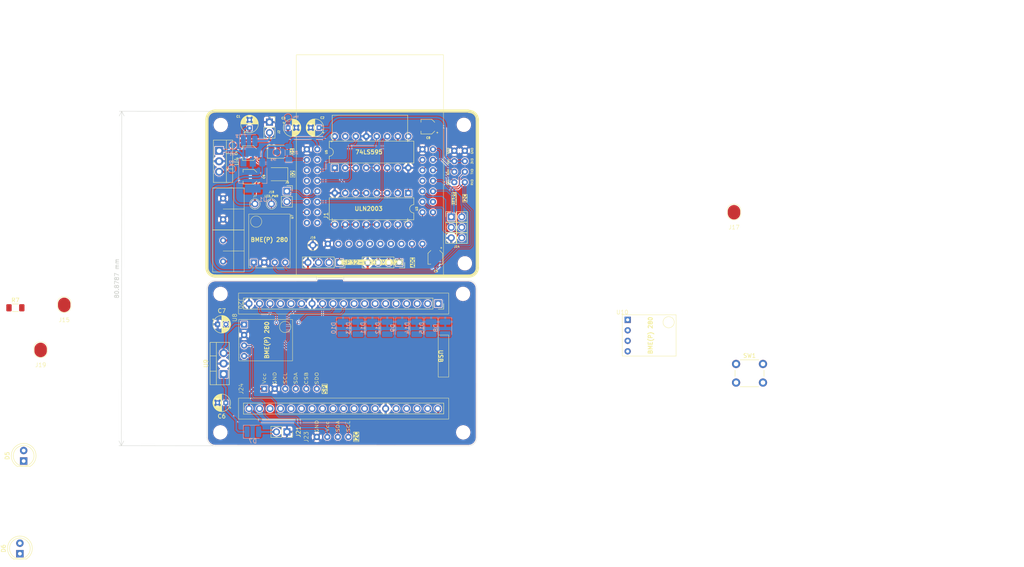
<source format=kicad_pcb>
(kicad_pcb (version 20240108) (generator "pcbnew") (generator_version "8.0")
  (layers (0 "F.Cu" signal) (31 "B.Cu" signal) (34 "B.Paste" user) (35 "F.Paste" user) (36 "B.SilkS" user "B.Silkscreen") (37 "F.SilkS" user "F.Silkscreen") (38 "B.Mask" user) (39 "F.Mask" user) (44 "Edge.Cuts" user))
  (net 0 "")
  (net 1 "GND")
  (net 2 "+3V3")
  (net 3 "+5V")
  (net 4 "/RXD")
  (net 5 "/TXD")
  (net 6 "/SDA")
  (net 7 "/GPIO_33")
  (net 8 "/SCL")
  (net 9 "/OUT3")
  (net 10 "/EN")
  (net 11 "/SOURCE2")
  (net 12 "/SOURCE1")
  (net 13 "/SOURCE3")
  (net 14 "/VDC")
  (net 15 "/DAC1")
  (net 16 "/DAC2")
  (net 17 "/GPIO39")
  (net 18 "/GPIO19")
  (net 19 "/GPIO17")
  (net 20 "/GPIO5")
  (net 21 "/GPIO18")
  (net 22 "/SD_DATA0")
  (net 23 "/ADC2_CH3")
  (net 24 "/SD_DATA3")
  (net 25 "/SD_CMD")
  (net 26 "/SD_CLK")
  (net 27 "/SD_DATA2")
  (net 28 "/SD_DATA1")
  (net 29 "/ADC2_CH0")
  (net 30 "/GPIO23")
  (net 31 "/GPIO36")
  (net 32 "/ADC2_CH2")
  (net 33 "/BOOT")
  (net 34 "/GPIO13")
  (net 35 "/SOURCE4")
  (net 36 "/SOURCE5")
  (net 37 "/SIPO_DATA")
  (net 38 "/SIPO_CLK")
  (net 40 "/SIPO_LATCH")
  (net 41 "/GPIO14")
  (net 43 "/I3")
  (net 44 "/I6")
  (net 45 "/I7")
  (net 46 "/I5")
  (net 47 "/OUT1")
  (net 48 "/VIN")
  (net 49 "/I1")
  (net 52 "Net-(D5-Pad1)")
  (net 53 "Net-(J15-Pin_1)")
  (net 54 "Net-(J19-Pin_1)")
  (net 55 "/OUT2")
  (net 67 "/RX")
  (net 72 "/TX")
  (net 83 "/SCL-2")
  (net 84 "/SDA-2")
  (net 85 "/QB-2")
  (net 86 "/QC-2")
  (net 87 "/QE-2")
  (net 88 "/QA-2")
  (net 89 "/QD-2")
  (net 90 "/QG-2")
  (net 91 "/QH-2")
  (net 92 "/QF-2")
  (net 93 "/SPI-SDO")
  (net 94 "/SPI-CSB")
  (net 95 "/SPI-SCL")
  (net 96 "/SPI-SDA")
  (net 97 "/D23")
  (net 98 "/D18")
  (footprint "Capacitor_THT:CP_Radial_D4.0mm_P2.00mm" (layer "F.Cu") (at 107 44.2 180)
    (property "Reference" "C2")
    (property "Value" "1uF")
  )
  (footprint "LED_SMD:LED_1210_3225Metric_Pad1.42x2.65mm_HandSolder" (layer "F.Cu") (at 97 55.45 180)
    (property "Reference" "D2")
    (property "Value" "STATUS")
  )
  (footprint "Capacitor_SMD:CP_Elec_3x5.3" (layer "F.Cu") (at 90.3 50.35 180)
    (property "Reference" "C4")
    (property "Value" "0.1uF")
  )
  (footprint "Resistor_SMD:R_1206_3216Metric_Pad1.30x1.75mm_HandSolder" (layer "F.Cu") (at 33.612 87.7585)
    (property "Reference" "R7")
    (property "Value" "4K7")
  )
  (footprint "LED_THT:LED_D5.0mm" (layer "F.Cu") (at 34.7 147.25 90)
    (property "Reference" "D6")
    (property "Value" "LED_STATUS")
  )
  (footprint "Button_Switch_THT:SW_PUSH_6mm" (layer "F.Cu") (at 207.8 101.35)
    (property "Reference" "SW1")
    (property "Value" "SW_Push")
  )
  (footprint "Alexander Footprint Library:Pad_1x01_P2.54_SMD" (layer "F.Cu") (at 39.712 102.098)
    (property "Reference" "J19")
    (property "Value" "LED_PWR")
  )
  (footprint "Alexanddr Footprints Library:ESP32-WROOM-Adapter-Socket-2" (layer "F.Cu") (at 119.3 57.04)
    (property "Reference" "J1")
    (property "Value" "~")
  )
  (footprint "Alexander Footprint Library:Pad_1x01_P2.54_SMD" (layer "F.Cu") (at 45.412 91.198)
    (property "Reference" "J15")
    (property "Value" "LED_PWR")
  )
  (footprint "MountingHole:MountingHole_3mm" (layer "F.Cu") (at 142 43.5)
    (property "Reference" "H1" (hide yes))
    (property "Value" "MountingHole_Pad")
  )
  (footprint "Connector_PinSocket_2.54mm:PinSocket_1x02_P2.54mm_Vertical" (layer "F.Cu") (at 99.25 117.775 -90)
    (property "Reference" "J21")
    (property "Value" "PWR")
  )
  (footprint "MountingHole:MountingHole_3mm" (layer "F.Cu") (at 83.25 43.53)
    (property "Reference" "H2" (hide yes))
    (property "Value" "MountingHole_Pad")
  )
  (footprint "Package_DIP:DIP-16_W7.62mm" (layer "F.Cu") (at 128.58 60 -90)
    (property "Reference" "U3")
    (property "Value" "ULN2003")
  )
  (footprint "Alexander Footprints Library:Conn_Terminal_5mm" (layer "F.Cu") (at 83.82 53.69)
    (property "Reference" "J9" (hide yes))
    (property "Value" "Conn_01x02_Socket")
  )
  (footprint "Alexander Footprint Library:Pad_1x01_P2.54_SMD" (layer "F.Cu") (at 207.3 68.7895)
    (property "Reference" "J17")
    (property "Value" "GND")
  )
  (footprint "MountingHole:MountingHole_3mm" (layer "F.Cu") (at 141.85 117.9)
    (property "Reference" "H4" (hide yes))
    (property "Value" "MountingHole_Pad")
  )
  (footprint "Capacitor_THT:CP_Radial_D4.0mm_P2.00mm" (layer "F.Cu") (at 82.5 91.75)
    (property "Reference" "C7")
    (property "Value" "1uF")
  )
  (footprint "Capacitor_SMD:CP_Elec_3x5.3" (layer "F.Cu") (at 90.4 56.05 180)
    (property "Reference" "C9")
    (property "Value" "0.1uF")
  )
  (footprint "Package_DIP:DIP-16_W7.62mm" (layer "F.Cu") (at 110.8 53.9 90)
    (property "Reference" "U5")
    (property "Value" "74LS595")
  )
  (footprint "Alexander Footprint Library:PinSocket_1x01_P2.54" (layer "F.Cu") (at 91.5 65.19)
    (property "Reference" "J7")
    (property "Value" "LED_PWR")
  )
  (footprint "Alexander Footprint Library:Conn_SPI" (layer "F.Cu") (at 88.68 107.35 90)
    (property "Reference" "J24")
    (property "Value" "~")
  )
  (footprint "Connector_PinSocket_2.54mm:PinSocket_1x02_P2.54mm_Vertical" (layer "F.Cu") (at 95.025 42.85)
    (property "Reference" "J2")
    (property "Value" "PWR")
  )
  (footprint "Connector_PinSocket_2.54mm:PinSocket_1x04_P2.54mm_Vertical" (layer "F.Cu") (at 111.94 76.8 -90)
    (property "Reference" "J6")
    (property "Value" "SOURCE")
  )
  (footprint "MountingHole:MountingHole_3mm" (layer "F.Cu") (at 83.15 117.9)
    (property "Reference" "H4" (hide yes))
    (property "Value" "MountingHole_Pad")
  )
  (footprint "Connector_PinSocket_2.54mm:PinSocket_1x04_P2.54mm_Vertical" (layer "F.Cu") (at 126.38 76.8 -90)
    (property "Reference" "J10" (hide yes))
    (property "Value" "ADC")
  )
  (footprint "Capacitor_SMD:CP_Elec_3x5.3" (layer "F.Cu") (at 135.1 75.45 -90)
    (property "Reference" "C5")
    (property "Value" "0.1uF")
  )
  (footprint "MountingHole:MountingHole_3mm" (layer "F.Cu") (at 141.8 84.4)
    (property "Reference" "H4" (hide yes))
    (property "Value" "MountingHole_Pad")
  )
  (footprint "Capacitor_THT:CP_Radial_D4.0mm_P2.00mm" (layer "F.Cu") (at 99.5 44.2)
    (property "Reference" "C3")
    (property "Value" "1uF")
  )
  (footprint "Alexander Footprint Library:Conn_ESP32_WROOM-DevKit-38pins" (layer "F.Cu") (at 87.54 86.75 -90)
    (property "Reference" "J20")
    (property "Value" "~")
  )
  (footprint "Capacitor_SMD:CP_Elec_3x5.3" (layer "F.Cu") (at 133.4 43.95 180)
    (property "Reference" "C8")
    (property "Value" "10uF")
  )
  (footprint "Alexander Footprint Library:LD1117" (layer "F.Cu") (at 83.945 103.79 90)
    (property "Reference" "U9")
    (property "Value" "L7805")
  )
  (footprint "Alexander Footprint Library:PinSocket_1x01_P2.54" (layer "F.Cu") (at 95.5 65.19)
    (property "Reference" "J18")
    (property "Value" "LED_PWR")
  )
  (footprint "Alexander Footprint Library:Conn_I2C" (layer "F.Cu") (at 98.84 119 90)
    (property "Reference" "J23")
    (property "Value" "I2C")
  )
  (footprint "Capacitor_THT:CP_Radial_D4.0mm_P2.00mm" (layer "F.Cu") (at 84.4726 110.75 180)
    (property "Reference" "C6")
    (property "Value" "1uF")
  )
  (footprint "Alexander Footprint Library:BME280_BMP280_I2C" (layer "F.Cu") (at 180.3 89.45)
    (property "Reference" "U10")
    (property "Value" "BME(P)280")
  )
  (footprint "MountingHole:MountingHole_3mm" (layer "F.Cu") (at 83.2 84.4)
    (property "Reference" "H4" (hide yes))
    (property "Value" "MountingHole_Pad")
  )
  (footprint "Connector_PinSocket_2.54mm:PinSocket_1x02_P2.54mm_Vertical" (layer "F.Cu") (at 99.225 59.55)
    (property "Reference" "J5")
    (property "Value" "DAC")
  )
  (footprint "Alexander Footprint Library:CONN_2x3" (layer "F.Cu") (at 138.96 60.68)
    (property "Reference" "J14")
    (property "Value" "GPIO")
  )
  (footprint "Alexander Footprints Library:Conn_UART" (layer "F.Cu") (at 139.7 42.15)
    (property "Reference" "J3" (hide yes))
    (property "Value" "UART")
  )
  (footprint "Alexander Footprint Library:PinSocket_1x01_P2.54" (layer "F.Cu") (at 105.5 75.19)
    (property "Reference" "J16")
    (property "Value" "GND")
  )
  (footprint "Capacitor_THT:CP_Radial_D4.0mm_P2.00mm" (layer "F.Cu") (at 90.2 44.3 90)
    (property "Reference" "C1")
    (property "Value" "1uF")
  )
  (footprint "Alexander Footprint Library:BME280_BMP280_I2C" (layer "F.Cu") (at 90 78.1 90)
    (property "Reference" "U7")
    (property "Value" "BME(P)280")
  )
  (footprint "Alexander Footprint Library:LD1117" (layer "F.Cu") (at 82.855 49.77 -90)
    (property "Reference" "U4")
    (property "Value" "L7805")
  )
  (footprint "Alexander Footprints Library:Conn_I2C" (layer "F.Cu") (at 142.24 42.15)
    (property "Reference" "J4" (hide yes))
    (property "Value" "I2C")
  )
  (footprint "LED_THT:LED_D5.0mm" (layer "F.Cu") (at 35.612 124.8335 90)
    (property "Reference" "D5")
    (property "Value" "LED_PWR")
  )
  (footprint "Alexander Footprint Library:BME280_BMP280_I2C" (layer "F.Cu") (at 87.6 90.59)
    (property "Reference" "U8")
    (property "Value" "BME(P)280")
  )
  (footprint "LED_SMD:LED_1210_3225Metric_Pad1.42x2.65mm_HandSolder" (layer "F.Cu") (at 97 50)
    (property "Reference" "D1")
    (property "Value" "PWR")
  )
  (footprint "MountingHole:MountingHole_3mm" (layer "F.Cu") (at 142.25 77)
    (property "Reference" "H4" (hide yes))
    (property "Value" "MountingHole_Pad")
  )
  (footprint "Alexander Footprints Library:Conn_Terminal_5mm" (layer "F.Cu") (at 83.82 63.85)
    (property "Reference" "J8" (hide yes))
    (property "Value" "Conn_01x02_Socket")
  )
  (footprint "TestPoint:TestPoint_Pad_D1.5mm" (layer "B.Cu") (at 99.5 41.75 180)
    (property "Reference" "TP4")
    (property "Value" "5V")
  )
  (footprint "LED_SMD:LED_1210_3225Metric_Pad1.42x2.65mm_HandSolder" (layer "B.Cu") (at 127.1 92.65 -90)
    (property "Reference" "D9")
    (property "Value" "PWR")
  )
  (footprint "TestPoint:TestPoint_Pad_D1.5mm" (layer "B.Cu") (at 96.8 50.15 180)
    (property "Reference" "TP3")
    (property "Value" "3V3")
  )
  (footprint "LED_SMD:LED_1210_3225Metric_Pad1.42x2.65mm_HandSolder" (layer "B.Cu") (at 119.9 92.65 -90)
    (property "Reference" "D11")
    (property "Value" "PWR")
  )
  (footprint "Diode_SMD:D_1210_3225Metric" (layer "B.Cu") (at 91 117.75)
    (property "Reference" "D7")
    (property "Value" "D")
  )
  (footprint "LED_SMD:LED_1210_3225Metric_Pad1.42x2.65mm_HandSolder" (layer "B.Cu") (at 134.1 92.65 -90)
    (property "Reference" "D15")
    (property "Value" "PWR")
  )
  (footprint "Resistor_SMD:R_1206_3216Metric_Pad1.30x1.75mm_HandSolder" (layer "B.Cu") (at 99.7 50.25 -90)
    (property "Reference" "R1")
    (property "Value" "10K")
  )
  (footprint "Diode_SMD:D_1210_3225Metric" (layer "B.Cu") (at 90.1 47.4)
    (property "Reference" "D4")
    (property "Value" "D")
  )
  (footprint "LED_SMD:LED_1210_3225Metric_Pad1.42x2.65mm_HandSolder" (layer "B.Cu") (at 130.6 92.65 -90)
    (property "Reference" "D14")
    (property "Value" "PWR")
  )
  (footprint "TestPoint:TestPoint_Pad_D1.5mm" (layer "B.Cu") (at 86.2 48.45 180)
    (property "Reference" "TP1")
    (property "Value" "VIN")
  )
  (footprint "LED_SMD:LED_1210_3225Metric_Pad1.42x2.65mm_HandSolder" (layer "B.Cu") (at 123.5 92.65 -90)
    (property "Reference" "D12")
    (property "Value" "PWR")
  )
  (footprint "TestPoint:TestPoint_Pad_D1.5mm" (layer "B.Cu") (at 85.9 54.15 180)
    (property "Reference" "TP2")
    (property "Value" "GND")
  )
  (footprint "LED_SMD:LED_1210_3225Metric_Pad1.42x2.65mm_HandSolder" (layer "B.Cu") (at 116.4 92.65 -90)
    (property "Reference" "D13")
    (property "Value" "PWR")
  )
  (footprint "LED_SMD:LED_1210_3225Metric_Pad1.42x2.65mm_HandSolder" (layer "B.Cu") (at 112.8 92.65 -90)
    (property "Reference" "D10")
    (property "Value" "PWR")
  )
  (footprint "Package_TO_SOT_SMD:SOT-223-3_TabPin2" (layer "B.Cu") (at 91 55.75 -90)
    (property "Reference" "U1")
    (property "Value" "MAX1726EUK33")
  )
  (footprint "LED_SMD:LED_1210_3225Metric_Pad1.42x2.65mm_HandSolder" (layer "B.Cu") (at 137.5 92.65 -90)
    (property "Reference" "D8")
    (property "Value" "PWR")
  )
  (gr_line (start 145.25 42.11421) (end 145.25 78.085782) (stroke (width 0.75)) (layer "F.SilkS"))
  (gr_line (start 81.914218 40.164218) (end 143.08579 40.164218) (stroke (width 0.75)) (layer "F.SilkS"))
  (gr_arc (start 145.25 78.085782) (mid 144.66422 79.500007) (end 143.25 80.085782) (stroke (width 0.75)) (layer "F.SilkS"))
  (gr_line (start 79.914218 42.11421) (end 79.914218 78.085782) (stroke (width 0.75)) (layer "F.SilkS"))
  (gr_arc (start 81.914218 80.085782) (mid 80.499999 79.500001) (end 79.914218 78.085782) (stroke (width 0.75)) (layer "F.SilkS"))
  (gr_arc (start 143.25 40.25) (mid 144.664214 40.835786) (end 145.25 42.25) (stroke (width 0.75)) (layer "F.SilkS"))
  (gr_arc (start 79.914218 42.164218) (mid 80.499999 40.749999) (end 81.914218 40.164218) (stroke (width 0.75)) (layer "F.SilkS"))
  (gr_line (start 81.914214 80.085782) (end 143.085786 80.085782) (stroke (width 0.75)) (layer "F.SilkS"))
  (gr_line (start 82.014214 80.235786) (end 106.4 80.25) (stroke (width 0.1)) (layer "Edge.Cuts"))
  (gr_line (start 80 42.25) (end 80.014214 78.235786) (stroke (width 0.1)) (layer "Edge.Cuts"))
  (gr_arc (start 79.921321 83.157107) (mid 80.507106 81.742896) (end 81.921321 81.157107) (stroke (width 0.1)) (layer "Edge.Cuts"))
  (gr_line (start 81.921321 121.128679) (end 143.107107 121.142893) (stroke (width 0.1)) (layer "Edge.Cuts"))
  (gr_arc (start 81.921321 121.128679) (mid 80.507101 120.542899) (end 79.921321 119.128679) (stroke (width 0.1)) (layer "Edge.Cuts"))
  (gr_line (start 143.092893 81.157107) (end 113 81.15) (stroke (width 0.1)) (layer "Edge.Cuts"))
  (gr_arc (start 145.107107 119.142893) (mid 144.521321 120.557107) (end 143.107107 121.142893) (stroke (width 0.1)) (layer "Edge.Cuts"))
  (gr_line (start 106.4 81.15) (end 81.921321 81.157107) (stroke (width 0.1)) (layer "Edge.Cuts"))
  (gr_arc (start 143.185786 40.264214) (mid 144.600004 40.849996) (end 145.185786 42.264214) (stroke (width 0.1)) (layer "Edge.Cuts"))
  (gr_line (start 113 80.25) (end 143.185786 80.235786) (stroke (width 0.1)) (layer "Edge.Cuts"))
  (gr_arc (start 82.014214 80.235786) (mid 80.599996 79.650004) (end 80.014214 78.235786) (stroke (width 0.1)) (layer "Edge.Cuts"))
  (gr_line (start 145.185786 42.264214) (end 145.185786 78.235786) (stroke (width 0.1)) (layer "Edge.Cuts"))
  (gr_arc (start 80 42.25) (mid 80.585786 40.835786) (end 82 40.25) (stroke (width 0.1)) (layer "Edge.Cuts"))
  (gr_line (start 145.107107 119.142893) (end 145.092893 83.157107) (stroke (width 0.1)) (layer "Edge.Cuts"))
  (gr_line (start 79.921321 119.128679) (end 79.921321 83.157107) (stroke (width 0.1)) (layer "Edge.Cuts"))
  (gr_line (start 106.4 81.15) (end 106.4 80.25) (stroke (width 0.1)) (layer "Edge.Cuts"))
  (gr_arc (start 145.185786 78.235786) (mid 144.600004 79.650004) (end 143.185786 80.235786) (stroke (width 0.1)) (layer "Edge.Cuts"))
  (gr_arc (start 143.092893 81.157107) (mid 144.507112 81.742888) (end 145.092893 83.157107) (stroke (width 0.1)) (layer "Edge.Cuts"))
  (gr_line (start 113 81.15) (end 113 80.25) (stroke (width 0.1)) (layer "Edge.Cuts"))
  (gr_line (start 143.185786 40.264214) (end 82 40.25) (stroke (width 0.1)) (layer "Edge.Cuts"))
  (gr_text "ADC" (at 130.1 78.05 90) (layer "F.SilkS" knockout) (effects (font (size 0.8 0.8) (thickness 0.2) (bold yes)) (justify left bottom)))
  (gr_text "74LS595" (at 119.057143 50.1 0) (layer "F.SilkS") (effects (font (size 1 1) (thickness 0.2) (bold yes))))
  (gr_text "ULN2003" (at 115.5 64.374 0) (layer "F.SilkS") (effects (font (size 1 1) (thickness 0.2) (bold yes)) (justify left bottom)))
  (dimension (type aligned) (layer "Edge.Cuts") (pts (xy 81.921321 121.128679) (xy 82 40.25)) (height -22.6907) (gr_text "80.8787 mm" (at 58.119973 80.666146 89.94426182) (layer "Edge.Cuts") (effects (font (size 1 1) (thickness 0.15)))) (format (prefix "") (suffix "") (units 3) (units_format 1) (precision 4)) (style (thickness 0.1) (arrow_length 1.27) (text_position_mode 0) (extension_height 0.58642) (extension_offset 0.5) keep_text_aligned))
  (segment (start 84.21 66) (end 83.82 66.39) (width 0.5) (layer "F.Cu") (net 1))
  (segment (start 91.5 59.65) (end 91.9 59.25) (width 0.5) (layer "F.Cu") (net 2))
  (segment (start 90.08 108.57) (end 90.08 112.15) (width 0.5) (layer "F.Cu") (net 2))
  (segment (start 139.7 52.31) (end 138.56 52.31) (width 0.25) (layer "F.Cu") (net 2))
  (segment (start 91.3 107.35) (end 90.08 108.57) (width 0.5) (layer "F.Cu") (net 2))
  (segment (start 91.9 59.25) (end 91.9 56.05) (width 0.5) (layer "F.Cu") (net 2))
  (segment (start 137.2 43.95) (end 134.9 43.95) (width 0.25) (layer "F.Cu") (net 2))
  (segment (start 138.56 52.31) (end 137.6 51.35) (width 0.25) (layer "F.Cu") (net 2))
  (segment (start 93.76 107.35) (end 91.3 107.35) (width 0.5) (layer "F.Cu") (net 2))
  (segment (start 91.5 62.62) (end 91.5 59.65) (width 0.5) (layer "F.Cu") (net 2))
  (segment (start 137.6 51.35) (end 137.6 44.35) (width 0.25) (layer "F.Cu") (net 2))
  (segment (start 137.6 44.35) (end 137.2 43.95) (width 0.25) (layer "F.Cu") (net 2))
  (segment (start 96.075 48.7) (end 97.525 48.7) (width 0.5) (layer "B.Cu") (net 2))
  (segment (start 109.408578 44.2) (end 107 44.2) (width 0.5) (layer "B.Cu") (net 2))
  (segment (start 93.21 115.25) (end 101 115.25) (width 0.5) (layer "B.Cu") (net 2))
  (segment (start 81.3 75.997918) (end 81.3 59.75104) (width 0.5) (layer "B.Cu") (net 2))
  (segment (start 93.3 54.905025) (end 93.3 52.6) (width 0.5) (layer "B.Cu") (net 2))
  (segment (start 100 48.7) (end 100 48.03033) (width 0.5) (layer "B.Cu") (net 2))
  (segment (start 139.13 52.31) (end 139.7 52.31) (width 0.5) (layer "B.Cu") (net 2))
  (segment (start 138.156949 51.906949) (end 138.03 51.78) (width 0.5) (layer "B.Cu") (net 2))
  (segment (start 109 117.5) (end 109 119) (width 0.5) (layer "B.Cu") (net 2))
  (segment (start 106.6 48.627817) (end 106.6 49.299791) (width 0.5) (layer "B.Cu") (net 2))
  (segment (start 84.202081 78.9) (end 89.990883 78.9) (width 0.5) (layer "B.Cu") (net 2))
  (segment (start 109.75 45) (end 109.75 44.141421) (width 0.5) (layer "B.Cu") (net 2))
  (segment (start 109.75 43.858578) (end 109.75 44.141421) (width 0.5) (layer "B.Cu") (net 2))
  (segment (start 104.722182 46.75) (end 106.277817 46.75) (width 0.5) (layer "B.Cu") (net 2))
  (segment (start 139.7 52.31) (end 142.24 52.31) (width 0.5) (layer "B.Cu") (net 2))
  (segment (start 137.5 50.500466) (end 137.5 43.883883) (width 0.5) (layer "B.Cu") (net 2))
  (segment (start 88.207106 62.75) (end 91.5 62.75) (width 0.5) (layer "B.Cu") (net 2))
  (segment (start 86.5 61.042893) (end 86.5 57.5) (width 0.5) (layer "B.Cu") (net 2))
  (segment (start 106.277817 46.75) (end 108 46.75) (width 0.5) (layer "B.Cu") (net 2))
  (segment (start 101 115.25) (end 102.5 116.75) (width 0.5) (layer "B.Cu") (net 2))
  (segment (start 91.22 77.670883) (end 91.22 76.8) (width 0.5) (layer "B.Cu") (net 2))
  (segment (start 89.455634 56.1) (end 92.105025 56.1) (width 0.5) (layer "B.Cu") (net 2))
  (segment (start 96.075 48.7) (end 95.177817 48.7) (width 0.5) (layer "B.Cu") (net 2))
  (segment (start 90.11 112.15) (end 93.21 115.25) (width 0.5) (layer "B.Cu") (net 2))
  (segment (start 108.25 116.75) (end 109 117.5) (width 0.5) (layer "B.Cu") (net 2))
  (segment (start 104.722182 46.75) (end 101.28033 46.75) (width 0.5) (layer "B.Cu") (net 2))
  (segment (start 108 46.75) (end 109.75 45) (width 0.5) (layer "B.Cu") (net 2))
  (segment (start 96.8 49.425) (end 96.8 50.15) (width 0.25) (layer "B.Cu") (net 2))
  (segment (start 109.75 43.625) (end 109.75 43.858578) (width 0.5) (layer "B.Cu") (net 2))
  (segment (start 110.015165 42.984834) (end 110.5 42.5) (width 0.5) (layer "B.Cu") (net 2))
  (segment (start 93.3 52.6) (end 93.3 50.577817) (width 0.5) (layer "B.Cu") (net 2))
  (segment (start 82.75104 58.3) (end 84.144365 58.3) (width 0.5) (layer "B.Cu") (net 2))
  (segment (start 106.685 49.335) (end 106.77 49.25) (width 0.5) (layer "B.Cu") (net 2))
  (segment (start 102.5 116.75) (end 108.25 116.75) (width 0.5) (layer "B.Cu") (net 2))
  (segment (start 112.31066 41.75) (end 135.366116 41.75) (width 0.5) (layer "B.Cu") (net 2))
  (segment (start 100 48.7) (end 97.525 48.7) (width 0.5) (layer "B.Cu") (net 2))
  (arc (start 136.875 42.375) (mid 137.337567 43.067281) (end 137.5 43.883883) (width 0.5) (layer "B.Cu") (net 2))
  (arc (start 137.5 50.500466) (mid 137.637742 51.192944) (end 138.03 51.78) (width 0.5) (layer "B.Cu") (net 2))
  (arc (start 93.3 54.905025) (mid 93.209037 55.362322) (end 92.95 55.75) (width 0.5) (layer "B.Cu") (net 2))
  (arc (start 86.8 57.2) (mid 85.581584 58.014119) (end 84.144365 58.3) (width 0.5) (layer "B.Cu") (net 2))
  (arc (start 106.6 49.299791) (mid 106.630737 49.345793) (end 106.685 49.335) (width 0.5) (layer "B.Cu") (net 2))
  (arc (start 89.455634 56.1) (mid 88.018415 56.38588) (end 86.8 57.2) (width 0.5) (layer "B.Cu") (net 2))
  (arc (start 86.5 61.042893) (mid 86.629945 61.696174) (end 87 62.25) (width 0.5) (layer "B.Cu") (net 2))
  (arc (start 82.75104 58.3) (mid 82.195751 58.410453) (end 81.725 58.725) (width 0.5) (layer "B.Cu") (net 2))
  (arc (start 92.95 55.75) (mid 92.562322 56.009037) (end 92.105025 56.1) (width 0.5) (layer "B.Cu") (net 2))
  (arc (start 95.177817 48.7) (mid 94.459207 48.84294) (end 93.85 49.25) (width 0.5) (layer "B.Cu") (net 2))
  (arc (start 96.8 49.425) (mid 96.587652 48.912347) (end 96.075 48.7) (width 0.25) (layer "B.Cu") (net 2))
  (arc (start 82.15 78.05) (mid 83.091502 78.679092) (end 84.202081 78.9) (width 0.5) (layer "B.Cu") (net 2))
  (arc (start 110.015165 42.984834) (mid 109.818914 43.278544) (end 109.75 43.625) (width 0.5) (layer "B.Cu") (net 2))
  (arc (start 109.75 44.141421) (mid 109.713838 44.087301) (end 109.65 44.1) (width 0.5) (layer "B.Cu") (net 2))
  (arc (start 136.875 42.375) (mid 136.182718 41.912432) (end 135.366116 41.75) (width 0.5) (layer "B.Cu") (net 2))
  (arc (start 93.85 49.25) (mid 93.44294 49.859207) (end 93.3 50.577817) (width 0.5) (layer "B.Cu") (net 2))
  (arc (start 90.86 78.54) (mid 90.461245 78.806439) (end 89.990883 78.9) (width 0.5) (layer "B.Cu") (net 2))
  (arc (start 109.65 44.1) (mid 109.539234 44.17401) (end 109.408578 44.2) (width 0.5) (layer "B.Cu") (net 2))
  (arc (start 87 62.25) (mid 87.553825 62.620054) (end 88.207106 62.75) (width 0.5) (layer "B.Cu") (net 2))
  (arc (start 81.725 58.725) (mid 81.410453 59.195751) (end 81.3 59.75104) (width 0.5) (layer "B.Cu") (net 2))
  (arc (start 106.05 47.3) (mid 105.440792 46.89294) (end 104.722182 46.75) (width 0.5) (layer "B.Cu") (net 2))
  (arc (start 138.156949 51.906949) (mid 138.603388 52.20525) (end 139.13 52.31) (width 0.5) (layer "B.Cu") (net 2))
  (arc (start 101.28033 46.75) (mid 100.790368 46.847459) (end 100.375 47.125) (width 0.5) (layer "B.Cu") (net 2))
  (arc (start 106.05 47.3) (mid 106.457059 47.909207) (end 106.6 48.627817) (width 0.5) (layer "B.Cu") (net 2))
  (arc (start 106.277817 46.75) (mid 105.980159 46.948888) (end 106.05 47.3) (width 0.5) (layer "B.Cu") (net 2))
  (arc (start 91.22 77.670883) (mid 91.126439 78.141245) (end 90.86 78.54) (width 0.5) (layer "B.Cu") (net 2))
  (arc (start 109.65 44.1) (mid 109.72401 43.989234) (end 109.75 43.858578) (width 0.5) (layer "B.Cu") (net 2))
  (arc (start 112.31066 41.75) (mid 111.330737 41.944918) (end 110.5 42.5) (width 0.5) (layer "B.Cu") (net 2))
  (arc (start 100.375 47.125) (mid 100.097459 47.540368) (end 100 48.03033) (width 0.5) (layer "B.Cu") (net 2))
  (arc (start 81.3 75.997918) (mid 81.520907 77.108496) (end 82.15 78.05) (width 0.5) (layer "B.Cu") (net 2))
  (segment (start 99.5 45.693413) (end 99.5 44.2) (width 0.5) (layer "F.Cu") (net 3))
  (segment (start 87.75 115.25) (end 135.25 115.25) (width 0.5) (layer "F.Cu") (net 3))
  (segment (start 98.6375 46.9625) (end 99.2125 46.3875) (width 0.5) (layer "F.Cu") (net 3))
  (segment (start 83.945 98.71) (end 86.21 98.71) (width 0.5) (layer "F.Cu") (net 3))
  (segment (start 86.75 99.25) (end 86.75 100) (width 0.5) (layer "F.Cu") (net 3))
  (segment (start 126.04 46.28) (end 126.04 48.251906) (width 0.5) (layer "F.Cu") (net 3))
  (segment (start 108.3 49.803553) (end 108.3 65.537329) (width 0.5) (layer "F.Cu") (net 3))
  (segment (start 108.3 49.803553) (end 108.3 49.096446) (width 0.5) (layer "F.Cu") (net 3))
  (segment (start 135.81 114.69) (end 135.81 112.15) (width 0.5) (layer "F.Cu") (net 3))
  (segment (start 110.8 46.28) (end 110.8 48.15) (width 0.5) (layer "F.Cu") (net 3))
  (segment (start 86.75 114.25) (end 87.75 115.25) (width 0.5) (layer "F.Cu") (net 3))
  (segment (start 86.75 100) (end 86.75 114.25) (width 0.5) (layer "F.Cu") (net 3))
  (segment (start 110.8 48.15) (end 110 48.95) (width 0.5) (layer "F.Cu") (net 3))
  (segment (start 88.1 47.25) (end 97.943413 47.25) (width 0.5) (layer "F.Cu") (net 3))
  (segment (start 84.9 54.85) (end 85.4 54.35) (width 0.5) (layer "F.Cu") (net 3))
  (segment (start 126.04 48.251906) (end 125.341906 48.95) (width 0.5) (layer "F.Cu") (net 3))
  (segment (start 85.4 54.35) (end 85.4 49.95) (width 0.5) (layer "F.Cu") (net 3))
  (segment (start 107.608621 46.675) (end 99.331586 46.675) (width 0.5) (layer "F.Cu") (net 3))
  (segment (start 110 48.95) (end 109.153553 48.95) (width 0.5) (layer "F.Cu") (net 3))
  (segment (start 86.21 98.71) (end 86.75 99.25) (width 0.5) (layer "F.Cu") (net 3))
  (segment (start 108.3 49.096446) (end 108.3 47.366378) (width 0.5) (layer "F.Cu") (net 3))
  (segment (start 109.104574 67.204574) (end 108.91 67.01) (width 0.5) (layer "F.Cu") (net 3))
  (segment (start 110.8 46.355) (end 110.725 46.28) (width 0.5) (layer "F.Cu") (net 3))
  (segment (start 135.25 115.25) (end 135.81 114.69) (width 0.5) (layer "F.Cu") (net 3))
  (segment (start 110.1075 67.62) (end 110.695 67.62) (width 0.5) (layer "F.Cu") (net 3))
  (segment (start 82.855 54.85) (end 84.9 54.85) (width 0.5) (layer "F.Cu") (net 3))
  (segment (start 85.4 49.95) (end 88.1 47.25) (width 0.5) (layer "F.Cu") (net 3))
  (segment (start 125.341906 48.95) (end 110 48.95) (width 0.5) (layer "F.Cu") (net 3))
  (arc (start 108.0975 46.8775) (mid 108.247371 47.101799) (end 108.3 47.366378) (width 0.5) (layer "F.Cu") (net 3))
  (arc (start 108.3 65.537329) (mid 108.458533 66.334332) (end 108.91 67.01) (width 0.5) (layer "F.Cu") (net 3))
  (arc (start 97.943413 47.25) (mid 98.31905 47.175281) (end 98.6375 46.9625) (width 0.5) (layer "F.Cu") (net 3))
  (arc (start 99.2125 46.3875) (mid 99.175992 46.571035) (end 99.331586 46.675) (width 0.5) (layer "F.Cu") (net 3))
  (arc (start 108.0975 46.8775) (mid 107.8732 46.727628) (end 107.608621 46.675) (width 0.5) (layer "F.Cu") (net 3))
  (arc (start 109.104574 67.204574) (mid 109.56472 67.512034) (end 110.1075 67.62) (width 0.5) (layer "F.Cu") (net 3))
  (arc (start 108.55 49.2) (mid 108.364972 49.476912) (end 108.3 49.803553) (width 0.5) (layer "F.Cu") (net 3))
  (arc (start 108.3 49.096446) (mid 108.390403 49.231745) (end 108.55 49.2) (width 0.5) (layer "F.Cu") (net 3))
  (arc (start 99.331586 46.675) (mid 98.955949 46.749718) (end 98.6375 46.9625) (width 0.5) (layer "F.Cu") (net 3))
  (arc (start 109.153553 48.95) (mid 108.826912 49.014972) (end 108.55 49.2) (width 0.5) (layer "F.Cu") (net 3))
  (arc (start 99.5 45.693413) (mid 99.425281 46.06905) (end 99.2125 46.3875) (width 0.5) (layer "F.Cu") (net 3))
  (segment (start 83.945 97.305) (end 84.5 96.75) (width 0.5) (layer "B.Cu") (net 3))
  (segment (start 84.5 94.05) (end 84.5 91.75) (width 0.5) (layer "B.Cu") (net 3))
  (segment (start 88.9 91.81) (end 86.74 91.81) (width 0.5) (layer "B.Cu") (net 3))
  (segment (start 83.945 98.71) (end 83.945 97.305) (width 0.5) (layer "B.Cu") (net 3))
  (segment (start 86.74 91.81) (end 84.5 94.05) (width 0.5) (layer "B.Cu") (net 3))
  (segment (start 84.5 96.75) (end 84.5 94.05) (width 0.5) (layer "B.Cu") (net 3))
  (segment (start 99.5 42.25) (end 99.5 44.2) (width 0.25) (layer "B.Cu") (net 3))
  (segment (start 139.7 57.35) (end 139.7 57.39) (width 0.25) (layer "F.Cu") (net 4))
  (segment (start 133.25 53.25) (end 135.6 53.25) (width 0.25) (layer "F.Cu") (net 4))
  (segment (start 135.6 53.25) (end 139.7 57.35) (width 0.25) (layer "F.Cu") (net 4))
  (segment (start 132 54.5) (end 133.25 53.25) (width 0.25) (layer "F.Cu") (net 4))
  (segment (start 140.3 57.45) (end 139.3 57.45) (width 0.25) (layer "F.Cu") (net 4))
  (segment (start 136.61 51.96) (end 134.54 51.96) (width 0.25) (layer "F.Cu") (net 5))
  (segment (start 134.74 51.79) (end 134.62 51.91) (width 0.25) (layer "F.Cu") (net 5))
  (segment (start 139.5 54.85) (end 136.61 51.96) (width 0.25) (layer "F.Cu") (net 5))
  (segment (start 139.7 54.85) (end 139.5 54.85) (width 0.25) (layer "F.Cu") (net 5))
  (segment (start 138.59 58.55) (end 140.4 58.55) (width 0.25) (layer "F.Cu") (net 6))
  (segment (start 136.213604 54.5) (end 138 56.286396) (width 0.25) (layer "F.Cu") (net 6))
  (segment (start 138 57.96) (end 138.59 58.55) (width 0.25) (layer "F.Cu") (net 6))
  (segment (start 140.9 56.19) (end 142.24 54.85) (width 0.25) (layer "F.Cu") (net 6))
  (segment (start 140.9 58.05) (end 140.9 56.19) (width 0.25) (layer "F.Cu") (net 6))
  (segment (start 134.54 54.5) (end 136.213604 54.5) (width 0.25) (layer "F.Cu") (net 6))
  (segment (start 138 56.286396) (end 138 57.96) (width 0.25) (layer "F.Cu") (net 6))
  (segment (start 142.24 54.85) (end 142.24 55.51) (width 0.25) (layer "F.Cu") (net 6))
  (segment (start 140.4 58.55) (end 140.9 58.05) (width 0.25) (layer "F.Cu") (net 6))
  (segment (start 141.79 58.74) (end 141 57.95) (width 0.25) (layer "B.Cu") (net 6))
  (segment (start 140.418198 72.781802) (end 143.281802 72.781802) (width 0.25) (layer "B.Cu") (net 6))
  (segment (start 98.84 76.8) (end 98.84 78.09) (width 0.25) (layer "B.Cu") (net 6))
  (segment (start 143.55 64.45) (end 141.79 62.69) (width 0.25) (layer "B.Cu") (net 6))
  (segment (start 134.55 78.65) (end 140.418198 72.781802) (width 0.25) (layer "B.Cu") (net 6))
  (segment (start 141.79 62.69) (end 141.79 58.74) (width 0.25) (layer "B.Cu") (net 6))
  (segment (start 141 56.09) (end 142.24 54.85) (width 0.25) (layer "B.Cu") (net 6))
  (segment (start 98.84 78.09) (end 99.4 78.65) (width 0.25) (layer "B.Cu") (net 6))
  (segment (start 99.4 78.65) (end 134.55 78.65) (width 0.25) (layer "B.Cu") (net 6))
  (segment (start 143.281802 72.781802) (end 143.55 72.513604) (width 0.25) (layer "B.Cu") (net 6))
  (segment (start 143.55 72.513604) (end 143.55 64.45) (width 0.25) (layer "B.Cu") (net 6))
  (segment (start 141 57.95) (end 141 56.09) (width 0.25) (layer "B.Cu") (net 6))
  (segment (start 103.97 59.53) (end 104.14 59.53) (width 0.25) (layer "F.Cu") (net 7))
  (segment (start 137.55 58.146396) (end 138.403604 59) (width 0.25) (layer "F.Cu") (net 8))
  (segment (start 131.5 55.75) (end 136.75 55.75) (width 0.25) (layer "F.Cu") (net 8))
  (segment (start 140.63 59) (end 142.24 57.39) (width 0.25) (layer "F.Cu") (net 8))
  (segment (start 136.75 55.75) (end 137.55 56.55) (width 0.25) (layer "F.Cu") (net 8))
  (segment (start 137.55 56.55) (end 137.55 58.146396) (width 0.25) (layer "F.Cu") (net 8))
  (segment (start 130.745 54.995) (end 131.5 55.75) (width 0.25) (layer "F.Cu") (net 8))
  (segment (start 130.745 53.245) (end 130.745 54.995) (width 0.25) (layer "F.Cu") (net 8))
  (segment (start 132.08 51.91) (end 130.745 53.245) (width 0.25) (layer "F.Cu") (net 8))
  (segment (start 138.403604 59) (end 140.63 59) (width 0.25) (layer "F.Cu") (net 8))
  (segment (start 143.4 73.3) (end 144 72.7) (width 0.25) (layer "B.Cu") (net 8))
  (segment (start 96.95 79.1) (end 134.8 79.1) (width 0.25) (layer "B.Cu") (net 8))
  (segment (start 96.3 76.8) (end 96.3 78.45) (width 0.25) (layer "B.Cu") (net 8))
  (segment (start 144 72.7) (end 144 64.263604) (width 0.25) (layer "B.Cu") (net 8))
  (segment (start 142.24 62.503604) (end 142.24 57.39) (width 0.25) (layer "B.Cu") (net 8))
  (segment (start 96.3 78.45) (end 96.95 79.1) (width 0.25) (layer "B.Cu") (net 8))
  (segment (start 134.8 79.1) (end 140.6 73.3) (width 0.25) (layer "B.Cu") (net 8))
  (segment (start 144 64.263604) (end 142.24 62.503604) (width 0.25) (layer "B.Cu") (net 8))
  (segment (start 140.6 73.3) (end 143.4 73.3) (width 0.25) (layer "B.Cu") (net 8))
  (segment (start 103.27 52.75) (end 104.06 51.96) (width 0.25) (layer "F.Cu") (net 10))
  (segment (start 91.8 52.25) (end 92.3 52.75) (width 0.25) (layer "F.Cu") (net 10))
  (segment (start 92.3 52.75) (end 103.27 52.75) (width 0.25) (layer "F.Cu") (net 10))
  (segment (start 103.72 52.3) (end 104.06 51.96) (width 0.25) (layer "F.Cu") (net 10))
  (segment (start 91.8 50.35) (end 91.8 52.25) (width 0.25) (layer "F.Cu") (net 10))
  (segment (start 100 51.8) (end 103.9 51.8) (width 0.25) (layer "B.Cu") (net 10))
  (segment (start 103.9 51.8) (end 104.06 51.96) (width 0.25) (layer "B.Cu") (net 10))
  (segment (start 113.235 67.62) (end 115.775 67.62) (width 0.5) (layer "F.Cu") (net 11))
  (segment (start 99 73.1) (end 102.7 69.4) (width 0.5) (layer "F.Cu") (net 11))
  (segment (start 86.37 71.47) (end 88 73.1) (width 0.5) (layer "F.Cu") (net 11))
  (segment (start 102.7 69.4) (end 111.455 69.4) (width 0.5) (layer "F.Cu") (net 11))
  (segment (start 88 73.1) (end 99 73.1) (width 0.5) (layer "F.Cu") (net 11))
  (segment (start 83.82 71.47) (end 86.37 71.47) (width 0.5) (layer "F.Cu") (net 11))
  (segment (start 111.455 69.4) (end 113.235 67.62) (width 0.5) (layer "F.Cu") (net 11))
  (segment (start 86.275 76.55) (end 88.075 74.75) (width 0.5) (layer "F.Cu") (net 12))
  (segment (start 104.4 70.1) (end 115.835 70.1) (width 0.5) (layer "F.Cu") (net 12))
  (segment (start 99.75 74.75) (end 104.4 70.1) (width 0.5) (layer "F.Cu") (net 12))
  (segment (start 118.315 67.62) (end 120.855 67.62) (width 0.5) (layer "F.Cu") (net 12))
  (segment (start 83.82 76.55) (end 86.275 76.55) (width 0.5) (layer "F.Cu") (net 12))
  (segment (start 115.835 70.1) (end 118.315 67.62) (width 0.5) (layer "F.Cu") (net 12))
  (segment (start 88.075 74.75) (end 99.75 74.75) (width 0.5) (layer "F.Cu") (net 12))
  (segment (start 128.475 67.62) (end 128.475 68.825) (width 0.25) (layer "F.Cu") (net 13))
  (segment (start 125.7 72.8) (end 124.55 73.95) (width 0.25) (layer "F.Cu") (net 13))
  (segment (start 111.94 75.26) (end 111.94 76.8) (width 0.25) (layer "F.Cu") (net 13))
  (segment (start 124.55 73.95) (end 118.622792 73.95) (width 0.25) (layer "F.Cu") (net 13))
  (segment (start 128.475 68.825) (end 125.7 71.6) (width 0.25) (layer "F.Cu") (net 13))
  (segment (start 125.7 71.6) (end 125.7 72.8) (width 0.25) (layer "F.Cu") (net 13))
  (segment (start 117.872792 74.7) (end 112.5 74.7) (width 0.25) (layer "F.Cu") (net 13))
  (segment (start 112.5 74.7) (end 111.94 75.26) (width 0.25) (layer "F.Cu") (net 13))
  (segment (start 118.622792 73.95) (end 117.872792 74.7) (width 0.25) (layer "F.Cu") (net 13))
  (segment (start 96.71 117.775) (end 92.425 117.775) (width 0.5) (layer "B.Cu") (net 14))
  (segment (start 92.425 117.775) (end 92.4 117.75) (width 0.5) (layer "B.Cu") (net 14))
  (segment (start 95.025 46.674479) (end 95.025 45.39) (width 0.5) (layer "B.Cu") (net 14))
  (segment (start 94.299479 47.4) (end 91.5 47.4) (width 0.5) (layer "B.Cu") (net 14))
  (arc (start 95.025 46.674479) (mid 94.969773 46.952124) (end 94.8125 47.1875) (width 0.5) (layer "B.Cu") (net 14))
  (arc (start 94.8125 47.1875) (mid 94.577124 47.344773) (end 94.299479 47.4) (width 0.5) (layer "B.Cu") (net 14))
  (segment (start 105.38 60.8) (end 106.6 59.58) (width 0.25) (layer "B.Cu") (net 15))
  (segment (start 99.225 59.55) (end 101.8 59.55) (width 0.25) (layer "B.Cu") (net 15))
  (segment (start 103.05 60.8) (end 105.38 60.8) (width 0.25) (layer "B.Cu") (net 15))
  (segment (start 101.8 59.55) (end 103.05 60.8) (width 0.25) (layer "B.Cu") (net 15))
  (segment (start 99.225 62.09) (end 100.97 62.09) (width 0.25) (layer "B.Cu") (net 16))
  (segment (start 100.97 62.09) (end 101 62.12) (width 0.25) (layer "B.Cu") (net 16))
  (segment (start 104.03 62.09) (end 104.06 62.12) (width 0.25) (layer "B.Cu") (net 16))
  (segment (start 104.06 62.12) (end 101 62.12) (width 0.25) (layer "B.Cu") (net 16))
  (segment (start 141.5 68.3) (end 140.2 67) (width 0.25) (layer "B.Cu") (net 18))
  (segment (start 136.69 56.99) (end 134.62 56.99) (width 0.25) (layer "B.Cu") (net 18))
  (segment (start 140.2 60.5) (end 136.69 56.99) (width 0.25) (layer "B.Cu") (net 18))
  (segment (start 140.2 67) (end 140.2 60.5) (width 0.25) (layer "B.Cu") (net 18))
  (segment (start 141.5 70.84) (end 140.16 69.5) (width 0.25) (layer "B.Cu") (net 19))
  (segment (start 137.7 69.5) (end 137.1 68.9) (width 0.25) (layer "B.Cu") (net 19))
  (segment (start 140.16 69.5) (end 137.7 69.5) (width 0.25) (layer "B.Cu") (net 19))
  (segment (start 137.1 68.9) (end 137.1 63.84) (width 0.25) (layer "B.Cu") (net 19))
  (segment (start 133.41 63.4) (end 132.08 62.07) (width 0.25) (layer "B.Cu") (net 19))
  (segment (start 137.1 63.84) (end 136.66 63.4) (width 0.25) (layer "B.Cu") (net 19))
  (segment (start 136.66 63.4) (end 133.41 63.4) (width 0.25) (layer "B.Cu") (net 19))
  (segment (start 138.96 65.76) (end 138.96 60.61) (width 0.25) (layer "B.Cu") (net 20))
  (segment (start 137.88 59.53) (end 134.62 59.53) (width 0.25) (layer "B.Cu") (net 20))
  (segment (start 138.96 60.61) (end 137.88 59.53) (width 0.25) (layer "B.Cu") (net 20))
  (segment (start 133.35 60.8) (end 132.08 59.53) (width 0.25) (layer "B.Cu") (net 21))
  (segment (start 138.96 68.3) (end 137.6 66.94) (width 0.25) (layer "B.Cu") (net 21))
  (segment (start 136.75 60.8) (end 133.35 60.8) (width 0.25) (layer "B.Cu") (net 21))
  (segment (start 137.6 66.94) (end 137.6 61.65) (width 0.25) (layer "B.Cu") (net 21))
  (segment (start 137.6 61.65) (end 136.75 60.8) (width 0.25) (layer "B.Cu") (net 21))
  (segment (start 128.85 74.05) (end 129.46 73.44) (width 0.25) (layer "F.Cu") (net 23))
  (segment (start 125.722792 74.05) (end 128.85 74.05) (width 0.25) (layer "F.Cu") (net 23))
  (segment (start 129.46 73.44) (end 129.46 72.28) (width 0.25) (layer "F.Cu") (net 23))
  (segment (start 123.84 76.8) (end 123.84 75.56) (width 0.25) (layer "F.Cu") (net 23))
  (segment (start 123.84 75.56) (end 124.55 74.85) (width 0.25) (layer "F.Cu") (net 23))
  (segment (start 124.922792 74.85) (end 125.722792 74.05) (width 0.25) (layer "F.Cu") (net 23))
  (segment (start 124.55 74.85) (end 124.922792 74.85) (width 0.25) (layer "F.Cu") (net 23))
  (segment (start 121.3 75.2) (end 122.1 74.4) (width 0.25) (layer "F.Cu") (net 29))
  (segment (start 124.736396 74.4) (end 125.536396 73.6) (width 0.25) (layer "F.Cu") (net 29))
  (segment (start 125.536396 73.6) (end 127.5 73.6) (width 0.25) (layer "F.Cu") (net 29))
  (segment (start 132 67.2) (end 132 64.66) (width 0.25) (layer "F.Cu") (net 29))
  (segment (start 127.5 73.6) (end 128.2 72.9) (width 0.25) (layer "F.Cu") (net 29))
  (segment (start 128.2 71) (end 132 67.2) (width 0.25) (layer "F.Cu") (net 29))
  (segment (start 122.1 74.4) (end 124.736396 74.4) (width 0.25) (layer "F.Cu") (net 29))
  (segment (start 128.2 72.9) (end 128.2 71) (width 0.25) (layer "F.Cu") (net 29))
  (segment (start 121.3 76.8) (end 121.3 75.2) (width 0.25) (layer "F.Cu") (net 29))
  (segment (start 141.34 60.89) (end 137.95 57.5) (width 0.25) (layer "B.Cu") (net 30))
  (segment (start 136.4 51.7) (end 136.4 49.9) (width 0.25) (layer "B.Cu") (net 30))
  (segment (start 141.34 62.876396) (end 141.34 60.89) (width 0.25) (layer "B.Cu") (net 30))
  (segment (start 137.95 53.25) (end 136.4 51.7) (width 0.25) (layer "B.Cu") (net 30))
  (segment (start 135.1 49.85) (end 134.62 49.37) (width 0.25) (layer "B.Cu") (net 30))
  (segment (start 136.4 49.9) (end 135.92 49.42) (width 0.25) (layer "B.Cu") (net 30))
  (segment (start 135.92 49.42) (end 134.54 49.42) (width 0.25) (layer "B.Cu") (net 30))
  (segment (start 141.5 63.036396) (end 141.34 62.876396) (width 0.25) (layer "B.Cu") (net 30))
  (segment (start 137.95 57.5) (end 137.95 53.25) (width 0.25) (layer "B.Cu") (net 30))
  (segment (start 141.5 65.76) (end 141.5 63.036396) (width 0.25) (layer "B.Cu") (net 30))
  (segment (start 126.38 75.12) (end 127 74.5) (width 0.25) (layer "F.Cu") (net 32))
  (segment (start 132 73.9) (end 132 72.28) (width 0.25) (layer "F.Cu") (net 32))
  (segment (start 127 74.5) (end 131.4 74.5) (width 0.25) (layer "F.Cu") (net 32))
  (segment (start 131.4 74.5) (end 132 73.9) (width 0.25) (layer "F.Cu") (net 32))
  (segment (start 126.38 76.8) (end 126.38 75.12) (width 0.25) (layer "F.Cu") (net 32))
  (segment (start 135.1 66.4) (end 135.1 73.95) (width 0.25) (layer "F.Cu") (net 33))
  (segment (start 134.77 64.89) (end 134.54 64.66) (width 0.25) (layer "F.Cu") (net 33))
  (segment (start 134.54 65.84) (end 135.1 66.4) (width 0.25) (layer "F.Cu") (net 33))
  (segment (start 134.5 64.7) (end 134.54 64.66) (width 0.25) (layer "F.Cu") (net 33))
  (segment (start 134.54 64.66) (end 134.54 65.84) (width 0.25) (layer "F.Cu") (net 33))
  (segment (start 125.935 67.62) (end 125.935 68.865) (width 0.25) (layer "F.Cu") (net 35))
  (segment (start 117.686396 74.25) (end 110.25 74.25) (width 0.25) (layer "F.Cu") (net 35))
  (segment (start 118.436396 73.5) (end 117.686396 74.25) (width 0.25) (layer "F.Cu") (net 35))
  (segment (start 109.4 75.1) (end 109.4 76.8) (width 0.25) (layer "F.Cu") (net 35))
  (segment (start 125.935 68.865) (end 123.2 71.6) (width 0.25) (layer "F.Cu") (net 35))
  (segment (start 123.2 72.7) (end 122.4 73.5) (width 0.25) (layer "F.Cu") (net 35))
  (segment (start 123.2 71.6) (end 123.2 72.7) (width 0.25) (layer "F.Cu") (net 35))
  (segment (start 122.4 73.5) (end 118.436396 73.5) (width 0.25) (layer "F.Cu") (net 35))
  (segment (start 110.25 74.25) (end 109.4 75.1) (width 0.25) (layer "F.Cu") (net 35))
  (segment (start 123.395 69.405) (end 121.9 70.9) (width 0.25) (layer "F.Cu") (net 36))
  (segment (start 118.1 73.2) (end 117.5 73.8) (width 0.25) (layer "F.Cu") (net 36))
  (segment (start 106.86 74.84) (end 106.86 76.8) (width 0.25) (layer "F.Cu") (net 36))
  (segment (start 121.9 70.9) (end 118.7 70.9) (width 0.25) (layer "F.Cu") (net 36))
  (segment (start 118.1 71.5) (end 118.1 73.2) (width 0.25) (layer "F.Cu") (net 36))
  (segment (start 123.395 67.62) (end 123.395 69.405) (width 0.25) (layer "F.Cu") (net 36))
  (segment (start 107.9 73.8) (end 106.86 74.84) (width 0.25) (layer "F.Cu") (net 36))
  (segment (start 118.7 70.9) (end 118.1 71.5) (width 0.25) (layer "F.Cu") (net 36))
  (segment (start 117.5 73.8) (end 107.9 73.8) (width 0.25) (layer "F.Cu") (net 36))
  (segment (start 115.88 47.77) (end 115.35 48.3) (width 0.25) (layer "B.Cu") (net 37))
  (segment (start 114.1 48.95) (end 114.1 51.65) (width 0.25) (layer "B.Cu") (net 37))
  (segment (start 108.5 52.85) (end 108.5 53.9925) (width 0.25) (layer "B.Cu") (net 37))
  (segment (start 115.35 48.3) (end 114.75 48.3) (width 0.25) (layer "B.Cu") (net 37))
  (segment (start 109.1 52.25) (end 108.5 52.85) (width 0.25) (layer "B.Cu") (net 37))
  (segment (start 113.5 52.25) (end 109.1 52.25) (width 0.25) (layer "B.Cu") (net 37))
  (segment (start 115.88 46.28) (end 115.88 47.77) (width 0.25) (layer "B.Cu") (net 37))
  (segment (start 108.5 53.9925) (end 107.9925 54.5) (width 0.25) (layer "B.Cu") (net 37))
  (segment (start 114.75 48.3) (end 114.1 48.95) (width 0.25) (layer "B.Cu") (net 37))
  (segment (start 114.1 51.65) (end 113.5 52.25) (width 0.25) (layer "B.Cu") (net 37))
  (segment (start 107.9925 54.5) (end 106.6 54.5) (width 0.25) (layer "B.Cu") (net 37))
  (segment (start 123.425 46.28) (end 122.25 47.455) (width 0.25) (layer "B.Cu") (net 38))
  (segment (start 121.38 62.12) (end 106.6 62.12) (width 0.25) (layer "B.Cu") (net 38))
  (segment (start 122.25 61.25) (end 121.38 62.12) (width 0.25) (layer "B.Cu") (net 38))
  (segment (start 122.25 47.455) (end 122.25 61.25) (width 0.25) (layer "B.Cu") (net 38))
  (segment (start 120.885 48.165) (end 120.885 46.28) (width 0.25) (layer "B.Cu") (net 40))
  (segment (start 106.6 57.04) (end 113.96 57.04) (width 0.25) (layer "B.Cu") (net 40))
  (segment (start 114.6 49.336396) (end 115.186396 48.75) (width 0.25) (layer "B.Cu") (net 40))
  (segment (start 113.96 57.04) (end 114.6 56.4) (width 0.25) (layer "B.Cu") (net 40))
  (segment (start 114.6 56.4) (end 114.6 49.336396) (width 0.25) (layer "B.Cu") (net 40))
  (segment (start 115.186396 48.75) (end 120.3 48.75) (width 0.25) (layer "B.Cu") (net 40))
  (segment (start 120.3 48.75) (end 120.885 48.165) (width 0.25) (layer "B.Cu") (net 40))
  (segment (start 104.06 64.66) (end 103.2 64.66) (width 0.25) (layer "F.Cu") (net 41))
  (segment (start 103.2 64.66) (end 103.11 64.66) (width 0.25) (layer "F.Cu") (net 41))
  (segment (start 95.5 54.8625) (end 95.5125 54.85) (width 0.25) (layer "F.Cu") (net 41))
  (segment (start 95.5 62.75) (end 95.5 64.15) (width 0.25) (layer "F.Cu") (net 41))
  (segment (start 95.5 55.4625) (end 95.5125 55.45) (width 0.25) (layer "F.Cu") (net 41))
  (segment (start 95.5 62.62) (end 95.5 55.4625) (width 0.25) (layer "F.Cu") (net 41))
  (segment (start 96.01 64.66) (end 103.2 64.66) (width 0.25) (layer "F.Cu") (net 41))
  (segment (start 95.5 64.15) (end 96.01 64.66) (width 0.25) (layer "F.Cu") (net 41))
  (segment (start 126.04 58.29) (end 126.04 60) (width 0.25) (layer "F.Cu") (net 43))
  (segment (start 123.5 53.9) (end 123.5 55.75) (width 0.25) (layer "F.Cu") (net 43))
  (segment (start 123.5 55.75) (end 126.04 58.29) (width 0.25) (layer "F.Cu") (net 43))
  (segment (start 126.04 55.79) (end 128.58 58.33) (width 0.25) (layer "F.Cu") (net 44))
  (segment (start 128.58 58.33) (end 128.58 60) (width 0.25) (layer "F.Cu") (net 44))
  (segment (start 126.04 53.9) (end 126.04 55.79) (width 0.25) (layer "F.Cu") (net 44))
  (segment (start 115.88 60) (end 118.42 60) (width 0.25) (layer "F.Cu") (net 45))
  (segment (start 113.34 53.9) (end 115.88 53.9) (width 0.25) (layer "F.Cu") (net 45))
  (segment (start 115.88 53.9) (end 115.88 60) (width 0.25) (layer "F.Cu") (net 45))
  (segment (start 120.96 53.9) (end 120.96 60) (width 0.25) (layer "F.Cu") (net 46))
  (segment (start 118.42 53.9) (end 120.96 53.9) (width 0.25) (layer "F.Cu") (net 46))
  (segment (start 120.96 60) (end 123.5 60) (width 0.25) (layer "F.Cu") (net 46))
  (segment (start 89.5 46.25) (end 87.71 46.25) (width 0.5) (layer "F.Cu") (net 48))
  (segment (start 87.71 46.25) (end 84.19 49.77) (width 0.5) (layer "F.Cu") (net 48))
  (segment (start 90.2 45.55) (end 89.5 46.25) (width 0.5) (layer "F.Cu") (net 48))
  (segment (start 84.19 49.77) (end 82.855 49.77) (width 0.5) (layer "F.Cu") (net 48))
  (segment (start 90.2 44.3) (end 90.2 45.55) (width 0.5) (layer "F.Cu") (net 48))
  (segment (start 88.7 50.546446) (end 88.7 51.253553) (width 0.5) (layer "B.Cu") (net 48))
  (segment (start 84.4726 112.4726) (end 84.4726 109.5) (width 0.5) (layer "B.Cu") (net 48))
  (segment (start 88.7 45.153553) (end 88.7 47.4) (width 0.5) (layer "B.Cu") (net 48))
  (segment (start 86.2 49.11) (end 86.2 48.45) (width 0.25) (layer "B.Cu") (net 48))
  (segment (start 88.45 50.65) (end 88.2 50.4) (width 0.5) (layer "B.Cu") (net 48))
  (segment (start 88.7 50.546446) (end 88.7 47.4) (width 0.5) (layer "B.Cu") (net 48))
  (segment (start 84.4726 107.0826) (end 83.945 106.555) (width 0.5) (layer "B.Cu") (net 48))
  (segment (start 83.945 106.555) (end 83.945 103.79) (width 0.5) (layer "B.Cu") (net 48))
  (segment (start 88.45 50.65) (end 88.054368 50.254368) (width 0.5) (layer "B.Cu") (net 48))
  (segment (start 87.5 117.75) (end 87 117.25) (width 0.5) (layer "B.Cu") (net 48))
  (segment (start 89.553553 44.3) (end 90.2 44.3) (width 0.5) (layer "B.Cu") (net 48))
  (segment (start 84.4726 109.5) (end 84.4726 107.0826) (width 0.5) (layer "B.Cu") (net 48))
  (segment (start 88.7 51.253553) (end 88.7 52.6) (width 0.5) (layer "B.Cu") (net 48))
  (segment (start 89.6 117.75) (end 87.5 117.75) (width 0.5) (layer "B.Cu") (net 48))
  (segment (start 87 117.25) (end 87 115) (width 0.5) (layer "B.Cu") (net 48))
  (segment (start 87 115) (end 84.4726 112.4726) (width 0.5) (layer "B.Cu") (net 48))
  (segment (start 86.86 49.77) (end 85.54 49.77) (width 0.5) (layer "B.Cu") (net 48))
  (segment (start 86.885 49.77) (end 86.86 49.77) (width 0.5) (layer "B.Cu") (net 48))
  (segment (start 85.54 49.77) (end 82.855 49.77) (width 0.5) (layer "B.Cu") (net 48))
  (arc (start 89.553553 44.3) (mid 89.226912 44.364972) (end 88.95 44.55) (width 0.5) (layer "B.Cu") (net 48))
  (arc (start 86.2 49.11) (mid 86.393309 49.57669) (end 86.86 49.77) (width 0.25) (layer "B.Cu") (net 48))
  (arc (start 88.7 51.253553) (mid 88.635027 50.926912) (end 88.45 50.65) (width 0.5) (layer "B.Cu") (net 48))
  (arc (start 88.45 50.65) (mid 88.45 50.65) (end 88.45 50.65) (width 0.5) (layer "B.Cu") (net 48))
  (arc (start 88.45 50.65) (mid 88.609596 50.681745) (end 88.7 50.546446) (width 0.5) (layer "B.Cu") (net 48))
  (arc (start 88.054368 50.254368) (mid 87.517857 49.895883) (end 86.885 49.77) (width 0.5) (layer "B.Cu") (net 48))
  (arc (start 88.95 44.55) (mid 88.764972 44.826912) (end 88.7 45.153553) (width 0.5) (layer "B.Cu") (net 48))
  (segment (start 113.34 57.84) (end 113.34 60) (width 0.25) (layer "F.Cu") (net 49))
  (segment (start 110.8 53.9) (end 110.8 55.3) (width 0.25) (layer "F.Cu") (net 49))
  (segment (start 110.8 55.3) (end 113.34 57.84) (width 0.25) (layer "F.Cu") (net 49))
  (segment (start 90.56 96.89) (end 88.9 96.89) (width 0.25) (layer "F.Cu") (net 83))
  (segment (start 92.413604 89.7) (end 90.9 91.213604) (width 0.25) (layer "F.Cu") (net 83))
  (segment (start 95.16 86.75) (end 95.16 89.19) (width 0.25) (layer "F.Cu") (net 83))
  (segment (start 90.9 91.213604) (end 90.9 96.55) (width 0.25) (layer "F.Cu") (net 83))
  (segment (start 95.19 86.75) (end 95.16 86.75) (width 0.25) (layer "F.Cu") (net 83))
  (segment (start 90.9 96.55) (end 90.56 96.89) (width 0.25) (layer "F.Cu") (net 83))
  (segment (start 94.65 89.7) (end 92.413604 89.7) (width 0.25) (layer "F.Cu") (net 83))
  (segment (start 95.16 89.19) (end 94.65 89.7) (width 0.25) (layer "F.Cu") (net 83))
  (segment (start 96.5 110.65) (end 96.5 113.425) (width 0.25) (layer "B.Cu") (net 83))
  (segment (start 96.5 113.425) (end 97.3 114.225) (width 0.25) (layer "B.Cu") (net 83))
  (segment (start 90.54 96.89) (end 90.9 97.25) (width 0.25) (layer "B.Cu") (net 83))
  (segment (start 102.975 115.725) (end 113.175 115.725) (width 0.25) (layer "B.Cu") (net 83))
  (segment (start 88.9 96.89) (end 90.54 96.89) (width 0.25) (layer "B.Cu") (net 83))
  (segment (start 95.4 109.55) (end 96.5 110.65) (width 0.25) (layer "B.Cu") (net 83))
  (segment (start 91.3 109.55) (end 95.4 109.55) (width 0.25) (layer "B.Cu") (net 83))
  (segment (start 97.3 114.225) (end 101.475 114.225) (width 0.25) (layer "B.Cu") (net 83))
  (segment (start 90.9 97.25) (end 90.9 109.15) (width 0.25) (layer "B.Cu") (net 83))
  (segment (start 101.475 114.225) (end 102.975 115.725) (width 0.25) (layer "B.Cu") (net 83))
  (segment (start 114.08 116.63) (end 114.08 119) (width 0.25) (layer "B.Cu") (net 83))
  (segment (start 113.175 115.725) (end 114.08 116.63) (width 0.25) (layer "B.Cu") (net 83))
  (segment (start 90.9 109.15) (end 91.3 109.55) (width 0.25) (layer "B.Cu") (net 83))
  (segment (start 90.6 97.486396) (end 90.6 98.85) (width 0.25) (layer "F.Cu") (net 84))
  (segment (start 90.02 99.43) (end 88.9 99.43) (width 0.25) (layer "F.Cu") (net 84))
  (segment (start 102.81 86.75) (end 99.41 90.15) (width 0.25) (layer "F.Cu") (net 84))
  (segment (start 91.35 91.4) (end 91.35 96.736396) (width 0.25) (layer "F.Cu") (net 84))
  (segment (start 99.41 90.15) (end 92.6 90.15) (width 0.25) (layer "F.Cu") (net 84))
  (segment (start 91.35 96.736396) (end 90.6 97.486396) (width 0.25) (layer "F.Cu") (net 84))
  (segment (start 90.6 98.85) (end 90.02 99.43) (width 0.25) (layer "F.Cu") (net 84))
  (segment (start 92.6 90.15) (end 91.35 91.4) (width 0.25) (layer "F.Cu") (net 84))
  (segment (start 111.54 116.99) (end 111.54 119) (width 0.25) (layer "B.Cu") (net 84))
  (segment (start 93.9 110.75) (end 93.9 113.65) (width 0.25) (layer "B.Cu") (net 84))
  (segment (start 93.9 113.65) (end 94.925 114.675) (width 0.25) (layer "B.Cu") (net 84))
  (segment (start 89.98 99.43) (end 90.42 99.87) (width 0.25) (layer "B.Cu") (net 84))
  (segment (start 102.75 116.175) (end 110.725 116.175) (width 0.25) (layer "B.Cu") (net 84))
  (segment (start 94.925 114.675) (end 101.25 114.675) (width 0.25) (layer "B.Cu") (net 84))
  (segment (start 110.725 116.175) (end 111.54 116.99) (width 0.25) (layer "B.Cu") (net 84))
  (segment (start 90.42 109.37) (end 91.1 110.05) (width 0.25) (layer "B.Cu") (net 84))
  (segment (start 101.25 114.675) (end 102.75 116.175) (width 0.25) (layer "B.Cu") (net 84))
  (segment (start 93.2 110.05) (end 93.9 110.75) (width 0.25) (layer "B.Cu") (net 84))
  (segment (start 91.1 110.05) (end 93.2 110.05) (width 0.25) (layer "B.Cu") (net 84))
  (segment (start 88.9 99.43) (end 89.98 99.43) (width 0.25) (layer "B.Cu") (net 84))
  (segment (start 90.42 99.87) (end 90.42 109.37) (width 0.25) (layer "B.Cu") (net 84))
  (segment (start 97.6 94.85) (end 97.6 93.85) (width 0.25) (layer "F.Cu") (net 93))
  (segment (start 107.86 92.79) (end 107.86 86.75) (width 0.25) (layer "F.Cu") (net 93))
  (segment (start 106.46 103.71) (end 97.6 94.85) (width 0.25) (layer "F.Cu") (net 93))
  (segment (start 106.46 107.35) (end 106.46 103.71) (width 0.25) (layer "F.Cu") (net 93))
  (segment (start 107.3 93.35) (end 107.86 92.79) (width 0.25) (layer "F.Cu") (net 93))
  (segment (start 97.6 93.85) (end 98.1 93.35) (width 0.25) (layer "F.Cu") (net 93))
  (segment (start 98.1 93.35) (end 107.3 93.35) (width 0.25) (layer "F.Cu") (net 93))
  (segment (start 102.1 91.25) (end 101.3 92.05) (width 0.25) (layer "F.Cu") (net 94))
  (segment (start 101.3 92.05) (end 97.8 92.05) (width 0.25) (layer "F.Cu") (net 94))
  (segment (start 97.15 95.036396) (end 103.92 101.806396) (width 0.25) (layer "F.Cu") (net 94))
  (segment (start 97.8 92.05) (end 97.15 92.7) (width 0.25) (layer "F.Cu") (net 94))
  (segment (start 97.15 92.7) (end 97.15 95.036396) (width 0.25) (layer "F.Cu") (net 94))
  (segment (start 103.92 101.806396) (end 103.92 107.35) (width 0.25) (layer "F.Cu") (net 94))
  (via (at 102.1 91.25) (size 0.8) (drill 0.4) (layers "F.Cu" "B.Cu") (net 94))
  (segment (start 104 89.35) (end 112.2 89.35) (width 0.25) (layer "B.Cu") (net 94))
  (segment (start 102.1 91.25) (end 104 89.35) (width 0.25) (layer "B.Cu") (net 94))
  (segment (start 112.2 89.35) (end 112.94 88.61) (width 0.25) (layer "B.Cu") (net 94))
  (segment (start 112.94 88.61) (end 112.94 86.75) (width 0.25) (layer "B.Cu") (net 94))
  (segment (start 98.84 96.11) (end 98.84 107.35) (width 0.25) (layer "B.Cu") (net 95))
  (segment (start 109.8 88.85) (end 100.2 88.85) (width 0.25) (layer "B.Cu") (net 95))
  (segment (start 110.4 86.75) (end 110.4 88.25) (width 0.25) (layer "B.Cu") (net 95))
  (segment (start 100.2 88.85) (end 99.5 89.55) (width 0.25) (layer "B.Cu") (net 95))
  (segment (start 99.5 89.55) (end 99.5 95.45) (width 0.25) (layer "B.Cu") (net 95))
  (segment (start 110.4 88.25) (end 109.8 88.85) (width 0.25) (layer "B.Cu") (net 95))
  (segment (start 99.5 95.45) (end 98.84 96.11) (width 0.25) (layer "B.Cu") (net 95))
  (segment (start 96.7 91.35) (end 96.7 95.222792) (width 0.25) (layer "F.Cu") (net 96))
  (segment (start 96.7 95.222792) (end 101.38 99.902792) (width 0.25) (layer "F.Cu") (net 96))
  (segment (start 101.38 99.902792) (end 101.38 107.35) (width 0.25) (layer "F.Cu") (net 96))
  (via (at 96.7 91.35) (size 0.8) (drill 0.4) (layers "F.Cu" "B.Cu") (net 96))
  (segment (start 96.7 91.35) (end 96.7 89.65) (width 0.25) (layer "B.Cu") (net 96))
  (segment (start 93.1 89.15) (end 92.62 88.67) (width 0.25) (layer "B.Cu") (net 96))
  (segment (start 96.2 89.15) (end 93.1 89.15) (width 0.25) (layer "B.Cu") (net 96))
  (segment (start 92.62 88.67) (end 92.62 86.75) (width 0.25) (layer "B.Cu") (net 96))
  (segment (start 96.7 89.65) (end 96.2 89.15) (width 0.25) (layer "B.Cu") (net 96))
  (zone (net 1) (net_name "GND") (layer "F.Cu") (priority 1) (connect_pads (clearance 0)) (min_thickness 0.25) (fill yes (thermal_gap 0.5) (thermal_bridge_width 0.5))
    (polygon (pts (xy 80 40.25) (xy 80.3 80.35) (xy 145.55 80.35) (xy 145.25 40.25)))
  )
  (zone (net 1) (net_name "GND") (layer "F.Cu") (priority 2) (connect_pads (clearance 0)) (min_thickness 0.25) (fill yes (thermal_gap 0.5) (thermal_bridge_width 0.5))
    (polygon (pts (xy 79.8 121.45) (xy 145.7 121.45) (xy 145.2 80.95) (xy 79.5 80.95)))
  )
  (zone (net 1) (net_name "GND") (layer "B.Cu") (connect_pads (clearance 0)) (min_thickness 0.25) (fill yes (thermal_gap 0.5) (thermal_bridge_width 0.5))
    (polygon (pts (xy 80 40.25) (xy 145.2 40.25) (xy 145.4 80.45) (xy 80.2 80.45)))
  )
  (zone (net 1) (net_name "GND") (layer "B.Cu") (priority 3) (connect_pads (clearance 0)) (min_thickness 0.25) (fill yes (thermal_gap 0.5) (thermal_bridge_width 0.5))
    (polygon (pts (xy 145.6 121.45) (xy 145.2 80.95) (xy 79.5 80.95) (xy 79.7 121.45)))
  )
)
</source>
